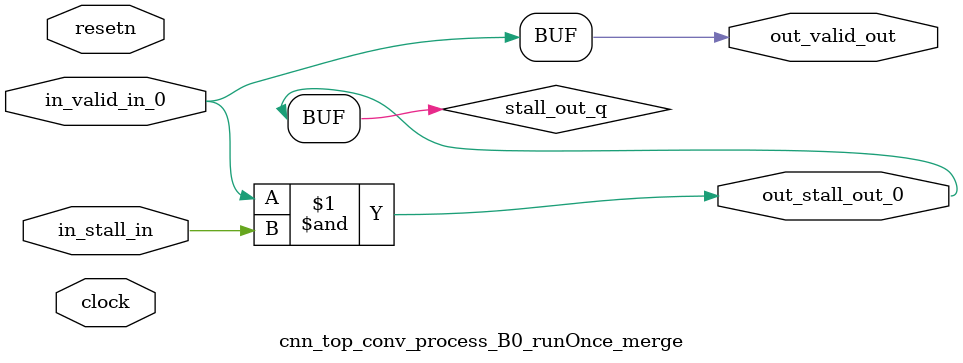
<source format=sv>



(* altera_attribute = "-name AUTO_SHIFT_REGISTER_RECOGNITION OFF; -name MESSAGE_DISABLE 10036; -name MESSAGE_DISABLE 10037; -name MESSAGE_DISABLE 14130; -name MESSAGE_DISABLE 14320; -name MESSAGE_DISABLE 15400; -name MESSAGE_DISABLE 14130; -name MESSAGE_DISABLE 10036; -name MESSAGE_DISABLE 12020; -name MESSAGE_DISABLE 12030; -name MESSAGE_DISABLE 12010; -name MESSAGE_DISABLE 12110; -name MESSAGE_DISABLE 14320; -name MESSAGE_DISABLE 13410; -name MESSAGE_DISABLE 113007; -name MESSAGE_DISABLE 10958" *)
module cnn_top_conv_process_B0_runOnce_merge (
    input wire [0:0] in_stall_in,
    input wire [0:0] in_valid_in_0,
    output wire [0:0] out_stall_out_0,
    output wire [0:0] out_valid_out,
    input wire clock,
    input wire resetn
    );

    wire [0:0] stall_out_q;


    // stall_out(LOGICAL,6)
    assign stall_out_q = in_valid_in_0 & in_stall_in;

    // out_stall_out_0(GPOUT,4)
    assign out_stall_out_0 = stall_out_q;

    // out_valid_out(GPOUT,5)
    assign out_valid_out = in_valid_in_0;

endmodule

</source>
